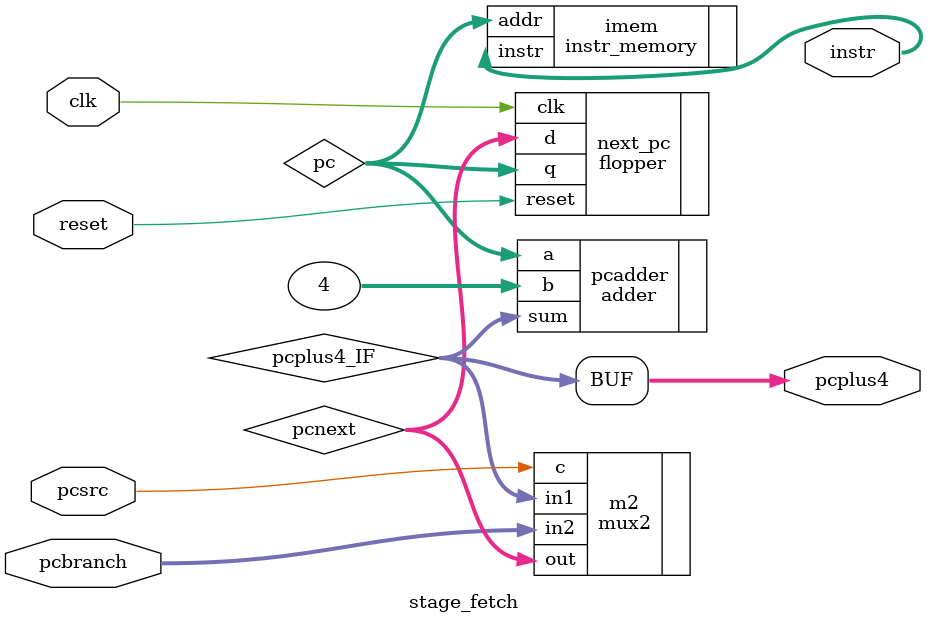
<source format=sv>
module stage_fetch (input logic clk,
                    input logic reset,
                    input logic [31:0] pcbranch,
                    input logic pcsrc,
                    output logic [31:0] instr,
                    output logic [31:0] pcplus4);
                        
    logic [31:0] pcnext;
    logic [31:0] pc, pcplus4_IF;
     
    mux2 # (32) m2 (.in1(pcplus4_IF), 
                    .in2(pcbranch), 
                    .c(pcsrc),
                    .out(pcnext));
     
    flopper # (32) next_pc (.clk(clk), 
                            .reset(reset), 
                            .d(pcnext), 
                            .q(pc)); 
      
    adder   pcadder (.a(pc), 
                     .b(32'b100), 
                     .sum(pcplus4_IF));
                            
     assign pcplus4 = pcplus4_IF;
     
     instr_memory imem (.addr(pc),
                        .instr(instr));
endmodule 
</source>
